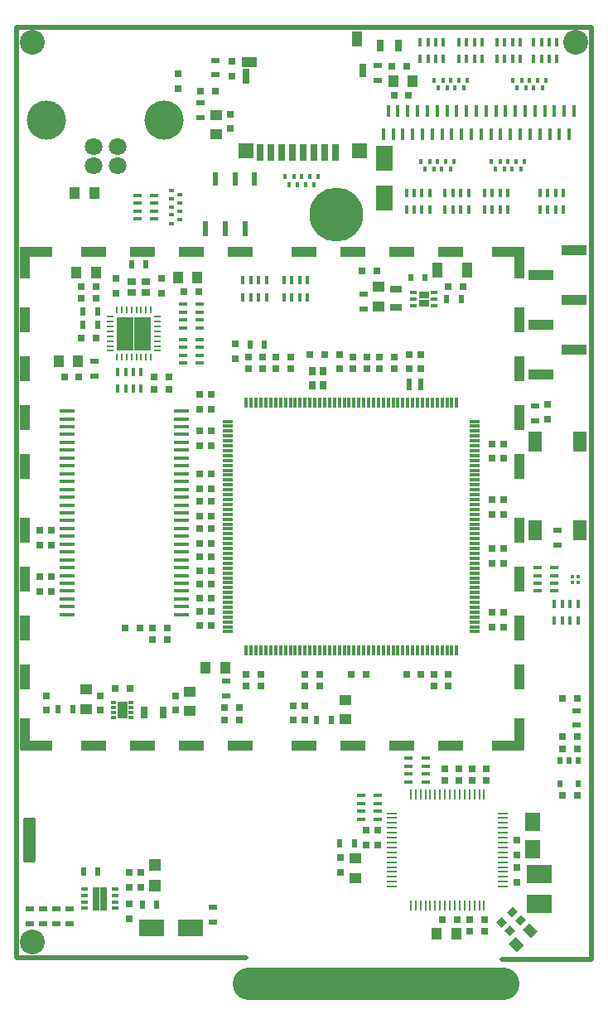
<source format=gbr>
G04 #@! TF.FileFunction,Soldermask,Top*
%FSLAX46Y46*%
G04 Gerber Fmt 4.6, Leading zero omitted, Abs format (unit mm)*
G04 Created by KiCad (PCBNEW 4.0.7) date 04/10/18 15:24:13*
%MOMM*%
%LPD*%
G01*
G04 APERTURE LIST*
%ADD10C,0.100000*%
%ADD11C,3.300000*%
%ADD12C,0.500000*%
%ADD13R,2.500000X1.800000*%
%ADD14R,0.250000X1.000000*%
%ADD15R,1.000000X0.250000*%
%ADD16C,2.540000*%
%ADD17R,0.510000X0.700000*%
%ADD18R,0.900000X0.800000*%
%ADD19R,0.800000X0.900000*%
%ADD20R,0.600000X1.200000*%
%ADD21R,0.700000X0.250000*%
%ADD22R,0.250000X0.700000*%
%ADD23R,1.725000X1.725000*%
%ADD24R,0.650000X0.350000*%
%ADD25R,1.000000X0.800000*%
%ADD26R,0.775000X1.200000*%
%ADD27R,0.500000X0.300000*%
%ADD28R,1.060000X0.880000*%
%ADD29R,1.520000X0.458000*%
%ADD30R,0.300000X1.120000*%
%ADD31R,1.120000X0.300000*%
%ADD32R,1.400000X2.100000*%
%ADD33R,0.900000X0.450000*%
%ADD34R,0.450000X0.900000*%
%ADD35R,0.500000X0.900000*%
%ADD36R,0.900000X0.500000*%
%ADD37R,0.700000X1.300000*%
%ADD38R,1.300000X0.700000*%
%ADD39C,1.800000*%
%ADD40C,4.000000*%
%ADD41R,0.700000X1.750000*%
%ADD42R,1.500000X1.500000*%
%ADD43R,0.800000X1.500000*%
%ADD44R,1.500000X1.000000*%
%ADD45R,0.800000X1.400000*%
%ADD46R,1.000000X1.550000*%
%ADD47R,0.600000X1.450000*%
%ADD48R,0.600000X1.650000*%
%ADD49R,0.400000X1.200000*%
%ADD50R,2.510000X1.000000*%
%ADD51R,1.000000X3.300000*%
%ADD52R,1.000000X2.600000*%
%ADD53R,3.300000X1.000000*%
%ADD54R,2.600000X1.000000*%
%ADD55R,1.200000X1.200000*%
%ADD56R,1.800000X2.500000*%
%ADD57R,0.600000X0.700000*%
%ADD58R,0.400000X0.400000*%
%ADD59R,1.000000X1.250000*%
%ADD60R,0.800000X0.750000*%
%ADD61R,0.750000X0.800000*%
%ADD62R,1.250000X1.000000*%
%ADD63R,1.000000X1.600000*%
%ADD64R,2.500000X1.950000*%
%ADD65R,1.500000X1.950000*%
%ADD66R,0.300000X0.500000*%
%ADD67C,5.500000*%
%ADD68R,0.600000X2.300000*%
%ADD69C,0.254000*%
G04 APERTURE END LIST*
D10*
D11*
X246700000Y-125000000D02*
X220700000Y-125000000D01*
D12*
X220500000Y-122400000D02*
X197050000Y-122400000D01*
X255750000Y-122500000D02*
X246600000Y-122500000D01*
X255750000Y-27250000D02*
X255750000Y-122500000D01*
X197050000Y-27250000D02*
X255750000Y-27250000D01*
X197050000Y-122400000D02*
X197050000Y-27250000D01*
D13*
X210800000Y-119350000D03*
X214800000Y-119350000D03*
D14*
X244800000Y-105650000D03*
X244300000Y-105650000D03*
X243800000Y-105650000D03*
X243300000Y-105650000D03*
X242800000Y-105650000D03*
X242300000Y-105650000D03*
X241800000Y-105650000D03*
X241300000Y-105650000D03*
X240800000Y-105650000D03*
X240300000Y-105650000D03*
X239800000Y-105650000D03*
X239300000Y-105650000D03*
X238800000Y-105650000D03*
X238300000Y-105650000D03*
X237800000Y-105650000D03*
X237300000Y-105650000D03*
D15*
X235350000Y-107600000D03*
X235350000Y-108100000D03*
X235350000Y-108600000D03*
X235350000Y-109100000D03*
X235350000Y-109600000D03*
X235350000Y-110100000D03*
X235350000Y-110600000D03*
X235350000Y-111100000D03*
X235350000Y-111600000D03*
X235350000Y-112100000D03*
X235350000Y-112600000D03*
X235350000Y-113100000D03*
X235350000Y-113600000D03*
X235350000Y-114100000D03*
X235350000Y-114600000D03*
X235350000Y-115100000D03*
D14*
X237300000Y-117050000D03*
X237800000Y-117050000D03*
X238300000Y-117050000D03*
X238800000Y-117050000D03*
X239300000Y-117050000D03*
X239800000Y-117050000D03*
X240300000Y-117050000D03*
X240800000Y-117050000D03*
X241300000Y-117050000D03*
X241800000Y-117050000D03*
X242300000Y-117050000D03*
X242800000Y-117050000D03*
X243300000Y-117050000D03*
X243800000Y-117050000D03*
X244300000Y-117050000D03*
X244800000Y-117050000D03*
D15*
X246750000Y-115100000D03*
X246750000Y-114600000D03*
X246750000Y-114100000D03*
X246750000Y-113600000D03*
X246750000Y-113100000D03*
X246750000Y-112600000D03*
X246750000Y-112100000D03*
X246750000Y-111600000D03*
X246750000Y-111100000D03*
X246750000Y-110600000D03*
X246750000Y-110100000D03*
X246750000Y-109600000D03*
X246750000Y-109100000D03*
X246750000Y-108600000D03*
X246750000Y-108100000D03*
X246750000Y-107600000D03*
D16*
X198650000Y-28850000D03*
X198650000Y-120800000D03*
X254150000Y-28850000D03*
D17*
X254450000Y-102240000D03*
X253500000Y-102240000D03*
X252550000Y-102240000D03*
X252550000Y-104560000D03*
X254450000Y-104560000D03*
D18*
X208800000Y-54350000D03*
X210200000Y-54350000D03*
X210200000Y-53250000D03*
X208800000Y-53250000D03*
D19*
X228300000Y-63850000D03*
X228300000Y-62450000D03*
X227200000Y-62450000D03*
X227200000Y-63850000D03*
D20*
X238350000Y-63750000D03*
X237150000Y-63750000D03*
D21*
X206600000Y-56850000D03*
X206600000Y-57350000D03*
X206600000Y-57850000D03*
X206600000Y-58350000D03*
X206600000Y-58850000D03*
X206600000Y-59350000D03*
X206600000Y-59850000D03*
X206600000Y-60350000D03*
D22*
X207250000Y-61000000D03*
X207750000Y-61000000D03*
X208250000Y-61000000D03*
X208750000Y-61000000D03*
X209250000Y-61000000D03*
X209750000Y-61000000D03*
X210250000Y-61000000D03*
X210750000Y-61000000D03*
D21*
X211400000Y-60350000D03*
X211400000Y-59850000D03*
X211400000Y-59350000D03*
X211400000Y-58850000D03*
X211400000Y-58350000D03*
X211400000Y-57850000D03*
X211400000Y-57350000D03*
X211400000Y-56850000D03*
D22*
X210750000Y-56200000D03*
X210250000Y-56200000D03*
X209750000Y-56200000D03*
X209250000Y-56200000D03*
X208750000Y-56200000D03*
X208250000Y-56200000D03*
X207750000Y-56200000D03*
X207250000Y-56200000D03*
D23*
X209862500Y-59462500D03*
X209862500Y-57737500D03*
X208137500Y-59462500D03*
X208137500Y-57737500D03*
D24*
X239696448Y-55696625D03*
X239696448Y-55046625D03*
X239696448Y-54396625D03*
X237596448Y-54396625D03*
X237596448Y-55046625D03*
X237596448Y-55696625D03*
D25*
X238646448Y-54646625D03*
X238646448Y-55446625D03*
D24*
X203950000Y-115375000D03*
X203950000Y-116025000D03*
X203950000Y-116675000D03*
X203950000Y-117325000D03*
X207050000Y-117325000D03*
X207050000Y-116675000D03*
X207050000Y-116025000D03*
X207050000Y-115375000D03*
D26*
X205887500Y-116950000D03*
X205887500Y-115750000D03*
X205112500Y-116950000D03*
X205112500Y-115750000D03*
D27*
X208735913Y-97822487D03*
X208735913Y-97322487D03*
X208735913Y-96822487D03*
X208735913Y-96322487D03*
X206935913Y-96322487D03*
X206935913Y-96822487D03*
X206935913Y-97322487D03*
X206935913Y-97822487D03*
D28*
X207835913Y-96632487D03*
X207835913Y-97512487D03*
D29*
X213890000Y-87300000D03*
X213890000Y-86500000D03*
X213890000Y-85700000D03*
X213890000Y-84900000D03*
X213890000Y-84100000D03*
X213890000Y-83300000D03*
X213890000Y-82500000D03*
X213890000Y-81700000D03*
X213890000Y-80900000D03*
X213890000Y-80100000D03*
X213890000Y-79300000D03*
X213890000Y-78500000D03*
X213890000Y-77700000D03*
X213890000Y-76900000D03*
X213890000Y-76100000D03*
X213890000Y-75300000D03*
X213890000Y-74500000D03*
X213890000Y-73700000D03*
X213890000Y-72900000D03*
X213890000Y-72100000D03*
X213890000Y-71300000D03*
X213890000Y-70500000D03*
X213890000Y-69700000D03*
X213890000Y-68900000D03*
X213890000Y-68100000D03*
X213890000Y-67300000D03*
X213890000Y-66500000D03*
X202210000Y-66500000D03*
X202210000Y-67300000D03*
X202210000Y-68100000D03*
X202210000Y-68900000D03*
X202210000Y-69700000D03*
X202210000Y-70500000D03*
X202210000Y-71300000D03*
X202210000Y-72100000D03*
X202210000Y-72900000D03*
X202210000Y-73700000D03*
X202210000Y-74500000D03*
X202210000Y-75300000D03*
X202210000Y-76100000D03*
X202210000Y-76900000D03*
X202210000Y-77700000D03*
X202210000Y-78500000D03*
X202210000Y-79300000D03*
X202210000Y-80100000D03*
X202210000Y-80900000D03*
X202210000Y-81700000D03*
X202210000Y-82500000D03*
X202210000Y-83300000D03*
X202210000Y-84100000D03*
X202210000Y-84900000D03*
X202210000Y-85700000D03*
X202210000Y-86500000D03*
X202210000Y-87300000D03*
D30*
X242000000Y-65680000D03*
X241500000Y-65680000D03*
X241000000Y-65680000D03*
X240500000Y-65680000D03*
X240000000Y-65680000D03*
X239500000Y-65680000D03*
X239000000Y-65680000D03*
X238500000Y-65680000D03*
X238000000Y-65680000D03*
X237500000Y-65680000D03*
X237000000Y-65680000D03*
X236500000Y-65680000D03*
X236000000Y-65680000D03*
X235500000Y-65680000D03*
X235000000Y-65680000D03*
X234500000Y-65680000D03*
X234000000Y-65680000D03*
X233500000Y-65680000D03*
X233000000Y-65680000D03*
X232500000Y-65680000D03*
X232000000Y-65680000D03*
X231500000Y-65680000D03*
X231000000Y-65680000D03*
X230500000Y-65680000D03*
X230000000Y-65680000D03*
X229500000Y-65680000D03*
X229000000Y-65680000D03*
X228500000Y-65680000D03*
X228000000Y-65680000D03*
X227500000Y-65680000D03*
X227000000Y-65680000D03*
X226500000Y-65680000D03*
X226000000Y-65680000D03*
X225500000Y-65680000D03*
X225000000Y-65680000D03*
X224500000Y-65680000D03*
X224000000Y-65680000D03*
X223500000Y-65680000D03*
X223000000Y-65680000D03*
X222500000Y-65680000D03*
X222000000Y-65680000D03*
X221500000Y-65680000D03*
X221000000Y-65680000D03*
X220500000Y-65680000D03*
D31*
X218630000Y-67550000D03*
X218630000Y-68050000D03*
X218630000Y-68550000D03*
X218630000Y-69050000D03*
X218630000Y-69550000D03*
X218630000Y-70050000D03*
X218630000Y-70550000D03*
X218630000Y-71050000D03*
X218630000Y-71550000D03*
X218630000Y-72050000D03*
X218630000Y-72550000D03*
X218630000Y-73050000D03*
X218630000Y-73550000D03*
X218630000Y-74050000D03*
X218630000Y-74550000D03*
X218630000Y-75050000D03*
X218630000Y-75550000D03*
X218630000Y-76050000D03*
X218630000Y-76550000D03*
X218630000Y-77050000D03*
X218630000Y-77550000D03*
X218630000Y-78050000D03*
X218630000Y-78550000D03*
X218630000Y-79050000D03*
X218630000Y-79550000D03*
X218630000Y-80050000D03*
X218630000Y-80550000D03*
X218630000Y-81050000D03*
X218630000Y-81550000D03*
X218630000Y-82050000D03*
X218630000Y-82550000D03*
X218630000Y-83050000D03*
X218630000Y-83550000D03*
X218630000Y-84050000D03*
X218630000Y-84550000D03*
X218630000Y-85050000D03*
X218630000Y-85550000D03*
X218630000Y-86050000D03*
X218630000Y-86550000D03*
X218630000Y-87050000D03*
X218630000Y-87550000D03*
X218630000Y-88050000D03*
X218630000Y-88550000D03*
X218630000Y-89050000D03*
D30*
X220500000Y-90920000D03*
X221000000Y-90920000D03*
X221500000Y-90920000D03*
X222000000Y-90920000D03*
X222500000Y-90920000D03*
X223000000Y-90920000D03*
X223500000Y-90920000D03*
X224000000Y-90920000D03*
X224500000Y-90920000D03*
X225000000Y-90920000D03*
X225500000Y-90920000D03*
X226000000Y-90920000D03*
X226500000Y-90920000D03*
X227000000Y-90920000D03*
X227500000Y-90920000D03*
X228000000Y-90920000D03*
X228500000Y-90920000D03*
X229000000Y-90920000D03*
X229500000Y-90920000D03*
X230000000Y-90920000D03*
X230500000Y-90920000D03*
X231000000Y-90920000D03*
X231500000Y-90920000D03*
X232000000Y-90920000D03*
X232500000Y-90920000D03*
X233000000Y-90920000D03*
X233500000Y-90920000D03*
X234000000Y-90920000D03*
X234500000Y-90920000D03*
X235000000Y-90920000D03*
X235500000Y-90920000D03*
X236000000Y-90920000D03*
X236500000Y-90920000D03*
X237000000Y-90920000D03*
X237500000Y-90920000D03*
X238000000Y-90920000D03*
X238500000Y-90920000D03*
X239000000Y-90920000D03*
X239500000Y-90920000D03*
X240000000Y-90920000D03*
X240500000Y-90920000D03*
X241000000Y-90920000D03*
X241500000Y-90920000D03*
X242000000Y-90920000D03*
D31*
X243870000Y-89050000D03*
X243870000Y-88550000D03*
X243870000Y-88050000D03*
X243870000Y-87550000D03*
X243870000Y-87050000D03*
X243870000Y-86550000D03*
X243870000Y-86050000D03*
X243870000Y-85550000D03*
X243870000Y-85050000D03*
X243870000Y-84550000D03*
X243870000Y-84050000D03*
X243870000Y-83550000D03*
X243870000Y-83050000D03*
X243870000Y-82550000D03*
X243870000Y-82050000D03*
X243870000Y-81550000D03*
X243870000Y-81050000D03*
X243870000Y-80550000D03*
X243870000Y-80050000D03*
X243870000Y-79550000D03*
X243870000Y-79050000D03*
X243870000Y-78550000D03*
X243870000Y-78050000D03*
X243870000Y-77550000D03*
X243870000Y-77050000D03*
X243870000Y-76550000D03*
X243870000Y-76050000D03*
X243870000Y-75550000D03*
X243870000Y-75050000D03*
X243870000Y-74550000D03*
X243870000Y-74050000D03*
X243870000Y-73550000D03*
X243870000Y-73050000D03*
X243870000Y-72550000D03*
X243870000Y-72050000D03*
X243870000Y-71550000D03*
X243870000Y-71050000D03*
X243870000Y-70550000D03*
X243870000Y-70050000D03*
X243870000Y-69550000D03*
X243870000Y-69050000D03*
X243870000Y-68550000D03*
X243870000Y-68050000D03*
X243870000Y-67550000D03*
D32*
X254550000Y-69600000D03*
X254550000Y-78700000D03*
X250050000Y-69600000D03*
X250050000Y-78700000D03*
D33*
X215700000Y-57200000D03*
X215700000Y-56400000D03*
X215700000Y-55600000D03*
X215700000Y-58000000D03*
X214000000Y-55600000D03*
X214000000Y-56400000D03*
X214000000Y-57200000D03*
X214000000Y-58000000D03*
X215700000Y-60800000D03*
X215700000Y-60000000D03*
X215700000Y-59200000D03*
X215700000Y-61600000D03*
X214000000Y-59200000D03*
X214000000Y-60000000D03*
X214000000Y-60800000D03*
X214000000Y-61600000D03*
D34*
X208150000Y-64200000D03*
X208950000Y-64200000D03*
X209750000Y-64200000D03*
X207350000Y-64200000D03*
X209750000Y-62500000D03*
X208950000Y-62500000D03*
X208150000Y-62500000D03*
X207350000Y-62500000D03*
X220950000Y-54850000D03*
X221750000Y-54850000D03*
X222550000Y-54850000D03*
X220150000Y-54850000D03*
X222550000Y-53150000D03*
X221750000Y-53150000D03*
X220950000Y-53150000D03*
X220150000Y-53150000D03*
X225150000Y-54850000D03*
X225950000Y-54850000D03*
X226750000Y-54850000D03*
X224350000Y-54850000D03*
X226750000Y-53150000D03*
X225950000Y-53150000D03*
X225150000Y-53150000D03*
X224350000Y-53150000D03*
D33*
X209400000Y-45250000D03*
X209400000Y-46050000D03*
X209400000Y-46850000D03*
X209400000Y-44450000D03*
X211100000Y-46850000D03*
X211100000Y-46050000D03*
X211100000Y-45250000D03*
X211100000Y-44450000D03*
D34*
X237650000Y-45900000D03*
X238450000Y-45900000D03*
X239250000Y-45900000D03*
X236850000Y-45900000D03*
X239250000Y-44200000D03*
X238450000Y-44200000D03*
X237650000Y-44200000D03*
X236850000Y-44200000D03*
X239850000Y-28800000D03*
X239050000Y-28800000D03*
X238250000Y-28800000D03*
X240650000Y-28800000D03*
X238250000Y-30500000D03*
X239050000Y-30500000D03*
X239850000Y-30500000D03*
X240650000Y-30500000D03*
X241600000Y-45900000D03*
X242400000Y-45900000D03*
X243200000Y-45900000D03*
X240800000Y-45900000D03*
X243200000Y-44200000D03*
X242400000Y-44200000D03*
X241600000Y-44200000D03*
X240800000Y-44200000D03*
X243800000Y-28800000D03*
X243000000Y-28800000D03*
X242200000Y-28800000D03*
X244600000Y-28800000D03*
X242200000Y-30500000D03*
X243000000Y-30500000D03*
X243800000Y-30500000D03*
X244600000Y-30500000D03*
X245650000Y-45900000D03*
X246450000Y-45900000D03*
X247250000Y-45900000D03*
X244850000Y-45900000D03*
X247250000Y-44200000D03*
X246450000Y-44200000D03*
X245650000Y-44200000D03*
X244850000Y-44200000D03*
X247700000Y-28800000D03*
X246900000Y-28800000D03*
X246100000Y-28800000D03*
X248500000Y-28800000D03*
X246100000Y-30500000D03*
X246900000Y-30500000D03*
X247700000Y-30500000D03*
X248500000Y-30500000D03*
X251300000Y-45900000D03*
X252100000Y-45900000D03*
X252900000Y-45900000D03*
X250500000Y-45900000D03*
X252900000Y-44200000D03*
X252100000Y-44200000D03*
X251300000Y-44200000D03*
X250500000Y-44200000D03*
X251450000Y-28800000D03*
X250650000Y-28800000D03*
X249850000Y-28800000D03*
X252250000Y-28800000D03*
X249850000Y-30500000D03*
X250650000Y-30500000D03*
X251450000Y-30500000D03*
X252250000Y-30500000D03*
D33*
X232200000Y-106600000D03*
X232200000Y-107400000D03*
X232200000Y-108200000D03*
X232200000Y-105800000D03*
X233900000Y-108200000D03*
X233900000Y-107400000D03*
X233900000Y-106600000D03*
X233900000Y-105800000D03*
X237100000Y-102800000D03*
X237100000Y-103600000D03*
X237100000Y-104400000D03*
X237100000Y-102000000D03*
X238800000Y-104400000D03*
X238800000Y-103600000D03*
X238800000Y-102800000D03*
X238800000Y-102000000D03*
D34*
X253600000Y-86250000D03*
X252800000Y-86250000D03*
X252000000Y-86250000D03*
X254400000Y-86250000D03*
X252000000Y-87950000D03*
X252800000Y-87950000D03*
X253600000Y-87950000D03*
X254400000Y-87950000D03*
D33*
X250250000Y-83300000D03*
X250250000Y-84100000D03*
X250250000Y-84900000D03*
X250250000Y-82500000D03*
X251950000Y-84900000D03*
X251950000Y-84100000D03*
X251950000Y-83300000D03*
X251950000Y-82500000D03*
D35*
X205300000Y-56300000D03*
X203800000Y-56300000D03*
X210250000Y-51500000D03*
X208750000Y-51500000D03*
X203800000Y-57700000D03*
X205300000Y-57700000D03*
D36*
X217300000Y-30650000D03*
X217300000Y-32150000D03*
X217100000Y-117200000D03*
X217100000Y-118700000D03*
D35*
X240996446Y-55046625D03*
X242496446Y-55046625D03*
D37*
X236050000Y-29150000D03*
X234150000Y-29150000D03*
D36*
X202450000Y-118900000D03*
X202450000Y-117400000D03*
D35*
X203850000Y-113600000D03*
X205350000Y-113600000D03*
D36*
X201100000Y-117400000D03*
X201100000Y-118900000D03*
X199750000Y-117400000D03*
X199750000Y-118900000D03*
X198400000Y-117400000D03*
X198400000Y-118900000D03*
X252300000Y-78700000D03*
X252300000Y-80200000D03*
X250050000Y-67500000D03*
X250050000Y-66000000D03*
X205000000Y-62950000D03*
X205000000Y-61450000D03*
X215850000Y-35000000D03*
X215850000Y-36500000D03*
X233950000Y-31200000D03*
X233950000Y-32700000D03*
X254250000Y-97100000D03*
X254250000Y-98600000D03*
D37*
X211985912Y-97322487D03*
X210085912Y-97322487D03*
D38*
X235796447Y-55946626D03*
X235796447Y-54046626D03*
D36*
X232496446Y-54546626D03*
X232496446Y-56046626D03*
D35*
X201235913Y-96972488D03*
X202735913Y-96972488D03*
X230050000Y-110700000D03*
X231550000Y-110700000D03*
D36*
X218400000Y-95600000D03*
X218400000Y-94100000D03*
D35*
X220850000Y-59700000D03*
X222350000Y-59700000D03*
X227650000Y-98050000D03*
X229150000Y-98050000D03*
D39*
X204850000Y-41460000D03*
X207350000Y-41460000D03*
X207350000Y-39460000D03*
X204850000Y-39460000D03*
D40*
X212120000Y-36750000D03*
X200080000Y-36750000D03*
D41*
X229575000Y-40050000D03*
X228475000Y-40050000D03*
X227375000Y-40050000D03*
X226275000Y-40050000D03*
X225175000Y-40050000D03*
X224075000Y-40050000D03*
X222975000Y-40050000D03*
X221875000Y-40050000D03*
D42*
X220425000Y-39925000D03*
X232025000Y-39925000D03*
D43*
X220425000Y-32325000D03*
D44*
X220775000Y-30825000D03*
D45*
X232375000Y-31675000D03*
D46*
X231775000Y-28475000D03*
D47*
X221350000Y-42800000D03*
X219350000Y-42800000D03*
X217350000Y-42800000D03*
D48*
X220350000Y-47900000D03*
X218350000Y-47900000D03*
X216350000Y-47900000D03*
D49*
X254000000Y-35850000D03*
X253500000Y-38250000D03*
X253000000Y-35850000D03*
X252500000Y-38250000D03*
X252000000Y-35850000D03*
X251500000Y-38250000D03*
X251000000Y-35850000D03*
X250500000Y-38250000D03*
X250000000Y-35850000D03*
X249500000Y-38250000D03*
X249000000Y-35850000D03*
X248500000Y-38250000D03*
X248000000Y-35850000D03*
X247500000Y-38250000D03*
X247000000Y-35850000D03*
X246500000Y-38250000D03*
X246000000Y-35850000D03*
X245500000Y-38250000D03*
X245000000Y-35850000D03*
X244500000Y-38250000D03*
X244000000Y-35850000D03*
X243500000Y-38250000D03*
X243000000Y-35850000D03*
X242500000Y-38250000D03*
X242000000Y-35850000D03*
X241500000Y-38250000D03*
X241000000Y-35850000D03*
X240500000Y-38250000D03*
X240000000Y-35850000D03*
X239500000Y-38250000D03*
X239000000Y-35850000D03*
X238500000Y-38250000D03*
X238000000Y-35850000D03*
X237500000Y-38250000D03*
X237000000Y-35850000D03*
X236500000Y-38250000D03*
X236000000Y-35850000D03*
X235500000Y-38250000D03*
X235000000Y-35850000D03*
X234500000Y-38250000D03*
D50*
X250645000Y-52590000D03*
X250645000Y-57670000D03*
X250645000Y-62750000D03*
X253955000Y-50050000D03*
X253955000Y-55130000D03*
X253955000Y-60210000D03*
D35*
X209850000Y-116950000D03*
X211350000Y-116950000D03*
D51*
X197900000Y-51350000D03*
D52*
X197900000Y-57200000D03*
X197900000Y-62200000D03*
X197900000Y-67200000D03*
X197900000Y-72200000D03*
X197900000Y-78700000D03*
X197900000Y-83700000D03*
X197900000Y-88700000D03*
X197900000Y-93700000D03*
D51*
X197900000Y-99550000D03*
D53*
X199050000Y-100700000D03*
D54*
X204900000Y-100700000D03*
X209900000Y-100700000D03*
X214900000Y-100700000D03*
X219900000Y-100700000D03*
X226400000Y-100700000D03*
X231400000Y-100700000D03*
X236400000Y-100700000D03*
X241400000Y-100700000D03*
D53*
X247250000Y-100700000D03*
D51*
X248400000Y-99550000D03*
D52*
X248400000Y-93700000D03*
X248400000Y-88700000D03*
X248400000Y-83700000D03*
X248400000Y-78700000D03*
X248400000Y-72200000D03*
X248400000Y-67200000D03*
X248400000Y-62200000D03*
X248400000Y-57200000D03*
D51*
X248400000Y-51350000D03*
D53*
X247250000Y-50200000D03*
D54*
X241400000Y-50200000D03*
X236400000Y-50200000D03*
X231400000Y-50200000D03*
X226400000Y-50200000D03*
X219900000Y-50200000D03*
X214900000Y-50200000D03*
X209900000Y-50200000D03*
X204900000Y-50200000D03*
D53*
X199050000Y-50200000D03*
D55*
X211150000Y-115000000D03*
X211150000Y-112900000D03*
D56*
X234600000Y-44700000D03*
X234600000Y-40700000D03*
D57*
X237346448Y-52896625D03*
X238746448Y-52896625D03*
D58*
X253850000Y-83400000D03*
X253850000Y-84000000D03*
X254450000Y-84000000D03*
X254450000Y-83400000D03*
D59*
X205100000Y-52350000D03*
X203100000Y-52350000D03*
D60*
X203650000Y-53800000D03*
X205150000Y-53800000D03*
D59*
X213500000Y-52850000D03*
X215500000Y-52850000D03*
D60*
X212550000Y-64250000D03*
X211050000Y-64250000D03*
X203650000Y-55000000D03*
X205150000Y-55000000D03*
X215600000Y-54300000D03*
X214100000Y-54300000D03*
D61*
X207150000Y-54450000D03*
X207150000Y-52950000D03*
X211850000Y-52950000D03*
X211850000Y-54450000D03*
D60*
X212550000Y-63000000D03*
X211050000Y-63000000D03*
X203650000Y-59000000D03*
X205150000Y-59000000D03*
D59*
X204950000Y-44200000D03*
X202950000Y-44200000D03*
X203300000Y-61400000D03*
X201300000Y-61400000D03*
D60*
X201900000Y-63050000D03*
X203400000Y-63050000D03*
D61*
X213500000Y-32050000D03*
X213500000Y-33550000D03*
X219000000Y-32250000D03*
X219000000Y-30750000D03*
X218850000Y-37650000D03*
X218850000Y-36150000D03*
D62*
X217400000Y-36250000D03*
X217400000Y-38250000D03*
D60*
X217300000Y-33800000D03*
X215800000Y-33800000D03*
X237100000Y-34200000D03*
X235600000Y-34200000D03*
D59*
X235500000Y-32750000D03*
X237500000Y-32750000D03*
D60*
X236900000Y-31300000D03*
X235400000Y-31300000D03*
X252800000Y-105800000D03*
X254300000Y-105800000D03*
D61*
X208500000Y-118400000D03*
X208500000Y-116900000D03*
D60*
X252800000Y-101000000D03*
X254300000Y-101000000D03*
X252800000Y-99800000D03*
X254300000Y-99800000D03*
D61*
X208500000Y-113650000D03*
X208500000Y-115150000D03*
D60*
X252800000Y-95900000D03*
X254300000Y-95900000D03*
X241146447Y-53746625D03*
X242646447Y-53746625D03*
D61*
X209750000Y-113650000D03*
X209750000Y-115150000D03*
D62*
X214735913Y-97172488D03*
X214735913Y-95172488D03*
D61*
X213285913Y-95572487D03*
X213285913Y-97072487D03*
D60*
X208585913Y-94872487D03*
X207085913Y-94872487D03*
D63*
X240046446Y-52096625D03*
X243046446Y-52096625D03*
D62*
X234046446Y-55796625D03*
X234046446Y-53796625D03*
D60*
X233846446Y-52196626D03*
X232346446Y-52196626D03*
D61*
X205585913Y-95572488D03*
X205585913Y-97072488D03*
D62*
X204135912Y-96972487D03*
X204135912Y-94972487D03*
D61*
X200035913Y-95572487D03*
X200035913Y-97072487D03*
D10*
G36*
X247662652Y-118217678D02*
X247132322Y-117687348D01*
X247698008Y-117121662D01*
X248228338Y-117651992D01*
X247662652Y-118217678D01*
X247662652Y-118217678D01*
G37*
G36*
X246601992Y-119278338D02*
X246071662Y-118748008D01*
X246637348Y-118182322D01*
X247167678Y-118712652D01*
X246601992Y-119278338D01*
X246601992Y-119278338D01*
G37*
D61*
X233950000Y-109350000D03*
X233950000Y-110850000D03*
D10*
G36*
X248512652Y-119067678D02*
X247982322Y-118537348D01*
X248548008Y-117971662D01*
X249078338Y-118501992D01*
X248512652Y-119067678D01*
X248512652Y-119067678D01*
G37*
G36*
X247451992Y-120128338D02*
X246921662Y-119598008D01*
X247487348Y-119032322D01*
X248017678Y-119562652D01*
X247451992Y-120128338D01*
X247451992Y-120128338D01*
G37*
D61*
X232750000Y-109350000D03*
X232750000Y-110850000D03*
D60*
X244850000Y-118450000D03*
X243350000Y-118450000D03*
X240750000Y-103050000D03*
X242250000Y-103050000D03*
X244850000Y-119650000D03*
X243350000Y-119650000D03*
X240750000Y-104250000D03*
X242250000Y-104250000D03*
X245050000Y-103050000D03*
X243550000Y-103050000D03*
D10*
G36*
X248181281Y-121802602D02*
X247297398Y-120918719D01*
X248004505Y-120211612D01*
X248888388Y-121095495D01*
X248181281Y-121802602D01*
X248181281Y-121802602D01*
G37*
G36*
X249595495Y-120388388D02*
X248711612Y-119504505D01*
X249418719Y-118797398D01*
X250302602Y-119681281D01*
X249595495Y-120388388D01*
X249595495Y-120388388D01*
G37*
D60*
X245050000Y-104250000D03*
X243550000Y-104250000D03*
X240550000Y-118450000D03*
X242050000Y-118450000D03*
D61*
X248150000Y-114650000D03*
X248150000Y-113150000D03*
D59*
X241950000Y-119900000D03*
X239950000Y-119900000D03*
D64*
X250400000Y-113825000D03*
X250400000Y-116875000D03*
D61*
X248150000Y-110350000D03*
X248150000Y-111850000D03*
D62*
X231600000Y-112250000D03*
X231600000Y-114250000D03*
D65*
X249800000Y-111275000D03*
X249800000Y-108525000D03*
D61*
X230150000Y-113650000D03*
X230150000Y-112150000D03*
X200600000Y-80200000D03*
X200600000Y-78700000D03*
X199400000Y-80200000D03*
X199400000Y-78700000D03*
X200600000Y-84950000D03*
X200600000Y-83450000D03*
X199400000Y-84950000D03*
X199400000Y-83450000D03*
X215700000Y-64800000D03*
X215700000Y-66300000D03*
X216900000Y-64800000D03*
X216900000Y-66300000D03*
X215700000Y-77250000D03*
X215700000Y-75750000D03*
X216900000Y-77250000D03*
X216900000Y-75750000D03*
X215700000Y-84150000D03*
X215700000Y-85650000D03*
D60*
X209600000Y-88650000D03*
X208100000Y-88650000D03*
D61*
X215700000Y-78550000D03*
X215700000Y-80050000D03*
X216900000Y-78550000D03*
X216900000Y-80050000D03*
D60*
X210900000Y-88650000D03*
X212400000Y-88650000D03*
X210900000Y-89850000D03*
X212400000Y-89850000D03*
D59*
X218350000Y-92700000D03*
X216350000Y-92700000D03*
D60*
X219750000Y-96800000D03*
X218250000Y-96800000D03*
X219750000Y-98100000D03*
X218250000Y-98100000D03*
D61*
X216900000Y-84150000D03*
X216900000Y-85650000D03*
D60*
X238350000Y-93400000D03*
X236850000Y-93400000D03*
D61*
X245600000Y-77050000D03*
X245600000Y-75550000D03*
X245600000Y-71350000D03*
X245600000Y-69850000D03*
X245600000Y-82050000D03*
X245600000Y-80550000D03*
X246800000Y-77050000D03*
X246800000Y-75550000D03*
X246800000Y-71350000D03*
X246800000Y-69850000D03*
X246800000Y-82050000D03*
X246800000Y-80550000D03*
D60*
X231250000Y-93400000D03*
X232750000Y-93400000D03*
D61*
X245600000Y-88550000D03*
X245600000Y-87050000D03*
D60*
X239650000Y-93400000D03*
X241150000Y-93400000D03*
D61*
X246800000Y-88550000D03*
X246800000Y-87050000D03*
D60*
X239650000Y-94600000D03*
X241150000Y-94600000D03*
X226500000Y-93400000D03*
X228000000Y-93400000D03*
X220500000Y-93400000D03*
X222000000Y-93400000D03*
D61*
X216900000Y-88450000D03*
X216900000Y-86950000D03*
D60*
X226500000Y-94600000D03*
X228000000Y-94600000D03*
X220500000Y-94600000D03*
X222000000Y-94600000D03*
D61*
X215700000Y-88450000D03*
X215700000Y-86950000D03*
X216900000Y-82850000D03*
X216900000Y-81350000D03*
X216900000Y-72950000D03*
X216900000Y-74450000D03*
X216900000Y-68550000D03*
X216900000Y-70050000D03*
D60*
X220700000Y-62200000D03*
X222200000Y-62200000D03*
D61*
X215700000Y-82850000D03*
X215700000Y-81350000D03*
X215700000Y-72950000D03*
X215700000Y-74450000D03*
X215700000Y-68550000D03*
X215700000Y-70050000D03*
D60*
X220700000Y-61000000D03*
X222200000Y-61000000D03*
D62*
X230600000Y-98000000D03*
X230600000Y-96000000D03*
D60*
X225000000Y-62200000D03*
X223500000Y-62200000D03*
X232850000Y-62200000D03*
X231350000Y-62200000D03*
X235600000Y-62200000D03*
X234100000Y-62200000D03*
X225000000Y-61000000D03*
X223500000Y-61000000D03*
X232850000Y-61000000D03*
X231350000Y-61000000D03*
X235600000Y-61000000D03*
X234100000Y-61000000D03*
D61*
X219400000Y-61150000D03*
X219400000Y-59650000D03*
X226450000Y-96600000D03*
X226450000Y-98100000D03*
X225250000Y-96600000D03*
X225250000Y-98100000D03*
X251300000Y-65850000D03*
X251300000Y-67350000D03*
D60*
X227000000Y-60700000D03*
X228500000Y-60700000D03*
D61*
X230050000Y-62200000D03*
X230050000Y-60700000D03*
X237150000Y-62200000D03*
X237150000Y-60700000D03*
X238350000Y-62200000D03*
X238350000Y-60700000D03*
D66*
X227850000Y-42550000D03*
X226950000Y-42550000D03*
X226150000Y-42550000D03*
X225350000Y-42550000D03*
X224450000Y-42550000D03*
X226550000Y-43350000D03*
X225750000Y-43350000D03*
X227450000Y-43350000D03*
X224850000Y-43350000D03*
D27*
X212850000Y-43950000D03*
X212850000Y-44850000D03*
X212850000Y-45650000D03*
X212850000Y-46450000D03*
X212850000Y-47350000D03*
X213650000Y-45250000D03*
X213650000Y-46050000D03*
X213650000Y-44350000D03*
X213650000Y-46950000D03*
D66*
X241750000Y-41000000D03*
X240850000Y-41000000D03*
X240050000Y-41000000D03*
X239250000Y-41000000D03*
X238350000Y-41000000D03*
X240450000Y-41800000D03*
X239650000Y-41800000D03*
X241350000Y-41800000D03*
X238750000Y-41800000D03*
X243100000Y-32700000D03*
X242200000Y-32700000D03*
X241400000Y-32700000D03*
X240600000Y-32700000D03*
X239700000Y-32700000D03*
X241800000Y-33500000D03*
X241000000Y-33500000D03*
X242700000Y-33500000D03*
X240100000Y-33500000D03*
X248950000Y-41000000D03*
X248050000Y-41000000D03*
X247250000Y-41000000D03*
X246450000Y-41000000D03*
X245550000Y-41000000D03*
X247650000Y-41800000D03*
X246850000Y-41800000D03*
X248550000Y-41800000D03*
X245950000Y-41800000D03*
X251150000Y-32700000D03*
X250250000Y-32700000D03*
X249450000Y-32700000D03*
X248650000Y-32700000D03*
X247750000Y-32700000D03*
X249850000Y-33500000D03*
X249050000Y-33500000D03*
X250750000Y-33500000D03*
X248150000Y-33500000D03*
D67*
X229700000Y-46400000D03*
D68*
X221750000Y-125400000D03*
X222550000Y-125400000D03*
X223350000Y-125400000D03*
X224150000Y-125400000D03*
X224950000Y-125400000D03*
X225750000Y-125400000D03*
X226550000Y-125400000D03*
X227350000Y-125400000D03*
X231350000Y-125400000D03*
X232150000Y-125400000D03*
X232950000Y-125400000D03*
X233750000Y-125400000D03*
X234550000Y-125400000D03*
X235350000Y-125400000D03*
X236150000Y-125400000D03*
X236950000Y-125400000D03*
X237750000Y-125400000D03*
X238550000Y-125400000D03*
X239350000Y-125400000D03*
X240150000Y-125400000D03*
X240950000Y-125400000D03*
X241750000Y-125400000D03*
X242550000Y-125400000D03*
X243350000Y-125400000D03*
X244150000Y-125400000D03*
X244950000Y-125400000D03*
D69*
G36*
X198823000Y-112423000D02*
X197777000Y-112423000D01*
X197777000Y-108177000D01*
X198823000Y-108177000D01*
X198823000Y-112423000D01*
X198823000Y-112423000D01*
G37*
X198823000Y-112423000D02*
X197777000Y-112423000D01*
X197777000Y-108177000D01*
X198823000Y-108177000D01*
X198823000Y-112423000D01*
M02*

</source>
